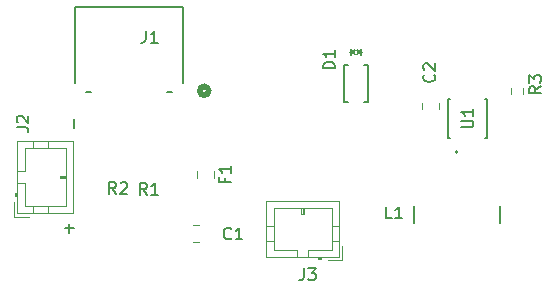
<source format=gbr>
%TF.GenerationSoftware,KiCad,Pcbnew,7.0.10-1.fc38*%
%TF.CreationDate,2024-02-26T14:13:32+00:00*%
%TF.ProjectId,desk-light,6465736b-2d6c-4696-9768-742e6b696361,rev?*%
%TF.SameCoordinates,Original*%
%TF.FileFunction,Legend,Top*%
%TF.FilePolarity,Positive*%
%FSLAX46Y46*%
G04 Gerber Fmt 4.6, Leading zero omitted, Abs format (unit mm)*
G04 Created by KiCad (PCBNEW 7.0.10-1.fc38) date 2024-02-26 14:13:32*
%MOMM*%
%LPD*%
G01*
G04 APERTURE LIST*
%ADD10C,0.150000*%
%ADD11C,0.120000*%
%ADD12C,0.152400*%
%ADD13C,0.508000*%
G04 APERTURE END LIST*
D10*
X106898866Y-109723220D02*
X106898866Y-108961316D01*
X106086779Y-118218866D02*
X106848684Y-118218866D01*
X106467731Y-118599819D02*
X106467731Y-117837914D01*
X102014819Y-109663333D02*
X102729104Y-109663333D01*
X102729104Y-109663333D02*
X102871961Y-109710952D01*
X102871961Y-109710952D02*
X102967200Y-109806190D01*
X102967200Y-109806190D02*
X103014819Y-109949047D01*
X103014819Y-109949047D02*
X103014819Y-110044285D01*
X102110057Y-109234761D02*
X102062438Y-109187142D01*
X102062438Y-109187142D02*
X102014819Y-109091904D01*
X102014819Y-109091904D02*
X102014819Y-108853809D01*
X102014819Y-108853809D02*
X102062438Y-108758571D01*
X102062438Y-108758571D02*
X102110057Y-108710952D01*
X102110057Y-108710952D02*
X102205295Y-108663333D01*
X102205295Y-108663333D02*
X102300533Y-108663333D01*
X102300533Y-108663333D02*
X102443390Y-108710952D01*
X102443390Y-108710952D02*
X103014819Y-109282380D01*
X103014819Y-109282380D02*
X103014819Y-108663333D01*
X126326666Y-121604819D02*
X126326666Y-122319104D01*
X126326666Y-122319104D02*
X126279047Y-122461961D01*
X126279047Y-122461961D02*
X126183809Y-122557200D01*
X126183809Y-122557200D02*
X126040952Y-122604819D01*
X126040952Y-122604819D02*
X125945714Y-122604819D01*
X126707619Y-121604819D02*
X127326666Y-121604819D01*
X127326666Y-121604819D02*
X126993333Y-121985771D01*
X126993333Y-121985771D02*
X127136190Y-121985771D01*
X127136190Y-121985771D02*
X127231428Y-122033390D01*
X127231428Y-122033390D02*
X127279047Y-122081009D01*
X127279047Y-122081009D02*
X127326666Y-122176247D01*
X127326666Y-122176247D02*
X127326666Y-122414342D01*
X127326666Y-122414342D02*
X127279047Y-122509580D01*
X127279047Y-122509580D02*
X127231428Y-122557200D01*
X127231428Y-122557200D02*
X127136190Y-122604819D01*
X127136190Y-122604819D02*
X126850476Y-122604819D01*
X126850476Y-122604819D02*
X126755238Y-122557200D01*
X126755238Y-122557200D02*
X126707619Y-122509580D01*
X139674818Y-109664104D02*
X140484341Y-109664104D01*
X140484341Y-109664104D02*
X140579579Y-109616485D01*
X140579579Y-109616485D02*
X140627199Y-109568866D01*
X140627199Y-109568866D02*
X140674818Y-109473628D01*
X140674818Y-109473628D02*
X140674818Y-109283152D01*
X140674818Y-109283152D02*
X140627199Y-109187914D01*
X140627199Y-109187914D02*
X140579579Y-109140295D01*
X140579579Y-109140295D02*
X140484341Y-109092676D01*
X140484341Y-109092676D02*
X139674818Y-109092676D01*
X140674818Y-108092676D02*
X140674818Y-108664104D01*
X140674818Y-108378390D02*
X139674818Y-108378390D01*
X139674818Y-108378390D02*
X139817675Y-108473628D01*
X139817675Y-108473628D02*
X139912913Y-108568866D01*
X139912913Y-108568866D02*
X139960532Y-108664104D01*
X146404819Y-106196666D02*
X145928628Y-106529999D01*
X146404819Y-106768094D02*
X145404819Y-106768094D01*
X145404819Y-106768094D02*
X145404819Y-106387142D01*
X145404819Y-106387142D02*
X145452438Y-106291904D01*
X145452438Y-106291904D02*
X145500057Y-106244285D01*
X145500057Y-106244285D02*
X145595295Y-106196666D01*
X145595295Y-106196666D02*
X145738152Y-106196666D01*
X145738152Y-106196666D02*
X145833390Y-106244285D01*
X145833390Y-106244285D02*
X145881009Y-106291904D01*
X145881009Y-106291904D02*
X145928628Y-106387142D01*
X145928628Y-106387142D02*
X145928628Y-106768094D01*
X145404819Y-105863332D02*
X145404819Y-105244285D01*
X145404819Y-105244285D02*
X145785771Y-105577618D01*
X145785771Y-105577618D02*
X145785771Y-105434761D01*
X145785771Y-105434761D02*
X145833390Y-105339523D01*
X145833390Y-105339523D02*
X145881009Y-105291904D01*
X145881009Y-105291904D02*
X145976247Y-105244285D01*
X145976247Y-105244285D02*
X146214342Y-105244285D01*
X146214342Y-105244285D02*
X146309580Y-105291904D01*
X146309580Y-105291904D02*
X146357200Y-105339523D01*
X146357200Y-105339523D02*
X146404819Y-105434761D01*
X146404819Y-105434761D02*
X146404819Y-105720475D01*
X146404819Y-105720475D02*
X146357200Y-105815713D01*
X146357200Y-105815713D02*
X146309580Y-105863332D01*
X110433334Y-115304825D02*
X110100001Y-114828634D01*
X109861906Y-115304825D02*
X109861906Y-114304825D01*
X109861906Y-114304825D02*
X110242858Y-114304825D01*
X110242858Y-114304825D02*
X110338096Y-114352444D01*
X110338096Y-114352444D02*
X110385715Y-114400063D01*
X110385715Y-114400063D02*
X110433334Y-114495301D01*
X110433334Y-114495301D02*
X110433334Y-114638158D01*
X110433334Y-114638158D02*
X110385715Y-114733396D01*
X110385715Y-114733396D02*
X110338096Y-114781015D01*
X110338096Y-114781015D02*
X110242858Y-114828634D01*
X110242858Y-114828634D02*
X109861906Y-114828634D01*
X110814287Y-114400063D02*
X110861906Y-114352444D01*
X110861906Y-114352444D02*
X110957144Y-114304825D01*
X110957144Y-114304825D02*
X111195239Y-114304825D01*
X111195239Y-114304825D02*
X111290477Y-114352444D01*
X111290477Y-114352444D02*
X111338096Y-114400063D01*
X111338096Y-114400063D02*
X111385715Y-114495301D01*
X111385715Y-114495301D02*
X111385715Y-114590539D01*
X111385715Y-114590539D02*
X111338096Y-114733396D01*
X111338096Y-114733396D02*
X110766668Y-115304825D01*
X110766668Y-115304825D02*
X111385715Y-115304825D01*
X113033334Y-115364825D02*
X112700001Y-114888634D01*
X112461906Y-115364825D02*
X112461906Y-114364825D01*
X112461906Y-114364825D02*
X112842858Y-114364825D01*
X112842858Y-114364825D02*
X112938096Y-114412444D01*
X112938096Y-114412444D02*
X112985715Y-114460063D01*
X112985715Y-114460063D02*
X113033334Y-114555301D01*
X113033334Y-114555301D02*
X113033334Y-114698158D01*
X113033334Y-114698158D02*
X112985715Y-114793396D01*
X112985715Y-114793396D02*
X112938096Y-114841015D01*
X112938096Y-114841015D02*
X112842858Y-114888634D01*
X112842858Y-114888634D02*
X112461906Y-114888634D01*
X113985715Y-115364825D02*
X113414287Y-115364825D01*
X113700001Y-115364825D02*
X113700001Y-114364825D01*
X113700001Y-114364825D02*
X113604763Y-114507682D01*
X113604763Y-114507682D02*
X113509525Y-114602920D01*
X113509525Y-114602920D02*
X113414287Y-114650539D01*
X133803333Y-117374819D02*
X133327143Y-117374819D01*
X133327143Y-117374819D02*
X133327143Y-116374819D01*
X134660476Y-117374819D02*
X134089048Y-117374819D01*
X134374762Y-117374819D02*
X134374762Y-116374819D01*
X134374762Y-116374819D02*
X134279524Y-116517676D01*
X134279524Y-116517676D02*
X134184286Y-116612914D01*
X134184286Y-116612914D02*
X134089048Y-116660533D01*
X112946667Y-101504825D02*
X112946667Y-102219110D01*
X112946667Y-102219110D02*
X112899048Y-102361967D01*
X112899048Y-102361967D02*
X112803810Y-102457206D01*
X112803810Y-102457206D02*
X112660953Y-102504825D01*
X112660953Y-102504825D02*
X112565715Y-102504825D01*
X113946667Y-102504825D02*
X113375239Y-102504825D01*
X113660953Y-102504825D02*
X113660953Y-101504825D01*
X113660953Y-101504825D02*
X113565715Y-101647682D01*
X113565715Y-101647682D02*
X113470477Y-101742920D01*
X113470477Y-101742920D02*
X113375239Y-101790539D01*
X119621010Y-113985839D02*
X119621010Y-114319172D01*
X120144820Y-114319172D02*
X119144820Y-114319172D01*
X119144820Y-114319172D02*
X119144820Y-113842982D01*
X120144820Y-112938220D02*
X120144820Y-113509648D01*
X120144820Y-113223934D02*
X119144820Y-113223934D01*
X119144820Y-113223934D02*
X119287677Y-113319172D01*
X119287677Y-113319172D02*
X119382915Y-113414410D01*
X119382915Y-113414410D02*
X119430534Y-113509648D01*
X128964819Y-104668094D02*
X127964819Y-104668094D01*
X127964819Y-104668094D02*
X127964819Y-104429999D01*
X127964819Y-104429999D02*
X128012438Y-104287142D01*
X128012438Y-104287142D02*
X128107676Y-104191904D01*
X128107676Y-104191904D02*
X128202914Y-104144285D01*
X128202914Y-104144285D02*
X128393390Y-104096666D01*
X128393390Y-104096666D02*
X128536247Y-104096666D01*
X128536247Y-104096666D02*
X128726723Y-104144285D01*
X128726723Y-104144285D02*
X128821961Y-104191904D01*
X128821961Y-104191904D02*
X128917200Y-104287142D01*
X128917200Y-104287142D02*
X128964819Y-104429999D01*
X128964819Y-104429999D02*
X128964819Y-104668094D01*
X128964819Y-103144285D02*
X128964819Y-103715713D01*
X128964819Y-103429999D02*
X127964819Y-103429999D01*
X127964819Y-103429999D02*
X128107676Y-103525237D01*
X128107676Y-103525237D02*
X128202914Y-103620475D01*
X128202914Y-103620475D02*
X128250533Y-103715713D01*
X131295180Y-103293000D02*
X131057085Y-103293000D01*
X131152323Y-103054905D02*
X131057085Y-103293000D01*
X131057085Y-103293000D02*
X131152323Y-103531095D01*
X130866609Y-103150143D02*
X131057085Y-103293000D01*
X131057085Y-103293000D02*
X130866609Y-103435857D01*
X130204819Y-103292999D02*
X130442914Y-103292999D01*
X130347676Y-103531094D02*
X130442914Y-103292999D01*
X130442914Y-103292999D02*
X130347676Y-103054904D01*
X130633390Y-103435856D02*
X130442914Y-103292999D01*
X130442914Y-103292999D02*
X130633390Y-103150142D01*
X137359580Y-105186666D02*
X137407200Y-105234285D01*
X137407200Y-105234285D02*
X137454819Y-105377142D01*
X137454819Y-105377142D02*
X137454819Y-105472380D01*
X137454819Y-105472380D02*
X137407200Y-105615237D01*
X137407200Y-105615237D02*
X137311961Y-105710475D01*
X137311961Y-105710475D02*
X137216723Y-105758094D01*
X137216723Y-105758094D02*
X137026247Y-105805713D01*
X137026247Y-105805713D02*
X136883390Y-105805713D01*
X136883390Y-105805713D02*
X136692914Y-105758094D01*
X136692914Y-105758094D02*
X136597676Y-105710475D01*
X136597676Y-105710475D02*
X136502438Y-105615237D01*
X136502438Y-105615237D02*
X136454819Y-105472380D01*
X136454819Y-105472380D02*
X136454819Y-105377142D01*
X136454819Y-105377142D02*
X136502438Y-105234285D01*
X136502438Y-105234285D02*
X136550057Y-105186666D01*
X136550057Y-104805713D02*
X136502438Y-104758094D01*
X136502438Y-104758094D02*
X136454819Y-104662856D01*
X136454819Y-104662856D02*
X136454819Y-104424761D01*
X136454819Y-104424761D02*
X136502438Y-104329523D01*
X136502438Y-104329523D02*
X136550057Y-104281904D01*
X136550057Y-104281904D02*
X136645295Y-104234285D01*
X136645295Y-104234285D02*
X136740533Y-104234285D01*
X136740533Y-104234285D02*
X136883390Y-104281904D01*
X136883390Y-104281904D02*
X137454819Y-104853332D01*
X137454819Y-104853332D02*
X137454819Y-104234285D01*
X120183334Y-119059586D02*
X120135715Y-119107206D01*
X120135715Y-119107206D02*
X119992858Y-119154825D01*
X119992858Y-119154825D02*
X119897620Y-119154825D01*
X119897620Y-119154825D02*
X119754763Y-119107206D01*
X119754763Y-119107206D02*
X119659525Y-119011967D01*
X119659525Y-119011967D02*
X119611906Y-118916729D01*
X119611906Y-118916729D02*
X119564287Y-118726253D01*
X119564287Y-118726253D02*
X119564287Y-118583396D01*
X119564287Y-118583396D02*
X119611906Y-118392920D01*
X119611906Y-118392920D02*
X119659525Y-118297682D01*
X119659525Y-118297682D02*
X119754763Y-118202444D01*
X119754763Y-118202444D02*
X119897620Y-118154825D01*
X119897620Y-118154825D02*
X119992858Y-118154825D01*
X119992858Y-118154825D02*
X120135715Y-118202444D01*
X120135715Y-118202444D02*
X120183334Y-118250063D01*
X121135715Y-119154825D02*
X120564287Y-119154825D01*
X120850001Y-119154825D02*
X120850001Y-118154825D01*
X120850001Y-118154825D02*
X120754763Y-118297682D01*
X120754763Y-118297682D02*
X120659525Y-118392920D01*
X120659525Y-118392920D02*
X120564287Y-118440539D01*
D11*
%TO.C,J2*%
X101890000Y-115480000D02*
X102090000Y-115480000D01*
X106200000Y-116330000D02*
X106200000Y-111430000D01*
X106200000Y-111430000D02*
X102700000Y-111430000D01*
X104700000Y-116940000D02*
X104700000Y-116330000D01*
X105700000Y-113780000D02*
X106200000Y-113780000D01*
X102090000Y-114380000D02*
X102700000Y-114380000D01*
X102700000Y-116330000D02*
X106200000Y-116330000D01*
X102090000Y-115180000D02*
X101890000Y-115180000D01*
X102090000Y-116940000D02*
X106810000Y-116940000D01*
X102090000Y-110820000D02*
X102090000Y-116940000D01*
X102700000Y-114380000D02*
X102700000Y-116330000D01*
X104700000Y-110820000D02*
X104700000Y-111430000D01*
X102700000Y-111430000D02*
X102700000Y-113380000D01*
X103400000Y-116940000D02*
X103400000Y-116330000D01*
X106200000Y-113880000D02*
X105700000Y-113880000D01*
X105700000Y-113980000D02*
X105700000Y-113780000D01*
X106810000Y-110820000D02*
X102090000Y-110820000D01*
X101990000Y-115180000D02*
X101990000Y-115480000D01*
X102700000Y-113380000D02*
X102090000Y-113380000D01*
X101790000Y-117240000D02*
X103040000Y-117240000D01*
X101790000Y-115990000D02*
X101790000Y-117240000D01*
X106810000Y-116940000D02*
X106810000Y-110820000D01*
X103400000Y-110820000D02*
X103400000Y-111430000D01*
X101890000Y-115180000D02*
X101890000Y-115480000D01*
X106200000Y-113980000D02*
X105700000Y-113980000D01*
%TO.C,J3*%
X127830000Y-120820000D02*
X127830000Y-120620000D01*
X128680000Y-116510000D02*
X123780000Y-116510000D01*
X123780000Y-116510000D02*
X123780000Y-120010000D01*
X129290000Y-118010000D02*
X128680000Y-118010000D01*
X126130000Y-117010000D02*
X126130000Y-116510000D01*
X126730000Y-120620000D02*
X126730000Y-120010000D01*
X128680000Y-120010000D02*
X128680000Y-116510000D01*
X127530000Y-120620000D02*
X127530000Y-120820000D01*
X129290000Y-120620000D02*
X129290000Y-115900000D01*
X123170000Y-120620000D02*
X129290000Y-120620000D01*
X126730000Y-120010000D02*
X128680000Y-120010000D01*
X123170000Y-118010000D02*
X123780000Y-118010000D01*
X123780000Y-120010000D02*
X125730000Y-120010000D01*
X129290000Y-119310000D02*
X128680000Y-119310000D01*
X126230000Y-116510000D02*
X126230000Y-117010000D01*
X126330000Y-117010000D02*
X126130000Y-117010000D01*
X123170000Y-115900000D02*
X123170000Y-120620000D01*
X127530000Y-120720000D02*
X127830000Y-120720000D01*
X125730000Y-120010000D02*
X125730000Y-120620000D01*
X129590000Y-120920000D02*
X129590000Y-119670000D01*
X128340000Y-120920000D02*
X129590000Y-120920000D01*
X129290000Y-115900000D02*
X123170000Y-115900000D01*
X123170000Y-119310000D02*
X123780000Y-119310000D01*
X127530000Y-120820000D02*
X127830000Y-120820000D01*
X126330000Y-116510000D02*
X126330000Y-117010000D01*
D12*
%TO.C,U1*%
X139371599Y-111731800D02*
G75*
G03*
X139168399Y-111731800I-101600J0D01*
G01*
X139168399Y-111731800D02*
G75*
G03*
X139371599Y-111731800I101600J0D01*
G01*
X141870999Y-110553200D02*
X141870999Y-107251200D01*
X141870999Y-107251200D02*
X141705940Y-107251200D01*
X138568999Y-107251200D02*
X138568999Y-110553200D01*
X138568999Y-110553200D02*
X138734058Y-110553200D01*
X141705940Y-110553200D02*
X141870999Y-110553200D01*
X138734058Y-107251200D02*
X138568999Y-107251200D01*
D11*
%TO.C,R3*%
X144902500Y-106842258D02*
X144902500Y-106367742D01*
X143857500Y-106842258D02*
X143857500Y-106367742D01*
D12*
%TO.C,L1*%
X135647800Y-116338140D02*
X135647800Y-117780860D01*
X142912200Y-117780860D02*
X142912200Y-116338140D01*
D13*
%TO.C,J1*%
X118276398Y-106570000D02*
G75*
G03*
X117514398Y-106570000I-381000J0D01*
G01*
X117514398Y-106570000D02*
G75*
G03*
X118276398Y-106570000I381000J0D01*
G01*
D12*
X116117398Y-99483400D02*
X106922598Y-99483400D01*
X106922598Y-99483400D02*
X106922598Y-105912372D01*
X107902347Y-106697000D02*
X108280863Y-106697000D01*
X116117398Y-105912372D02*
X116117398Y-99483400D01*
X114759133Y-106697000D02*
X115137649Y-106697000D01*
D11*
%TO.C,F1*%
X118750001Y-113393928D02*
X118750001Y-113911084D01*
X117330001Y-113393928D02*
X117330001Y-113911084D01*
D12*
%TO.C,D1*%
X131463740Y-107509400D02*
X131778700Y-107509400D01*
X130036260Y-104410600D02*
X129721300Y-104410600D01*
X131778700Y-104410600D02*
X131463740Y-104410600D01*
X131778700Y-107509400D02*
X131778700Y-104410600D01*
X129721300Y-107509400D02*
X130036260Y-107509400D01*
X129721300Y-104410600D02*
X129721300Y-107509400D01*
D11*
%TO.C,C2*%
X136325000Y-107578748D02*
X136325000Y-108101252D01*
X137795000Y-107578748D02*
X137795000Y-108101252D01*
%TO.C,C1*%
X117441253Y-117935006D02*
X116918749Y-117935006D01*
X117441253Y-119405006D02*
X116918749Y-119405006D01*
%TD*%
M02*

</source>
